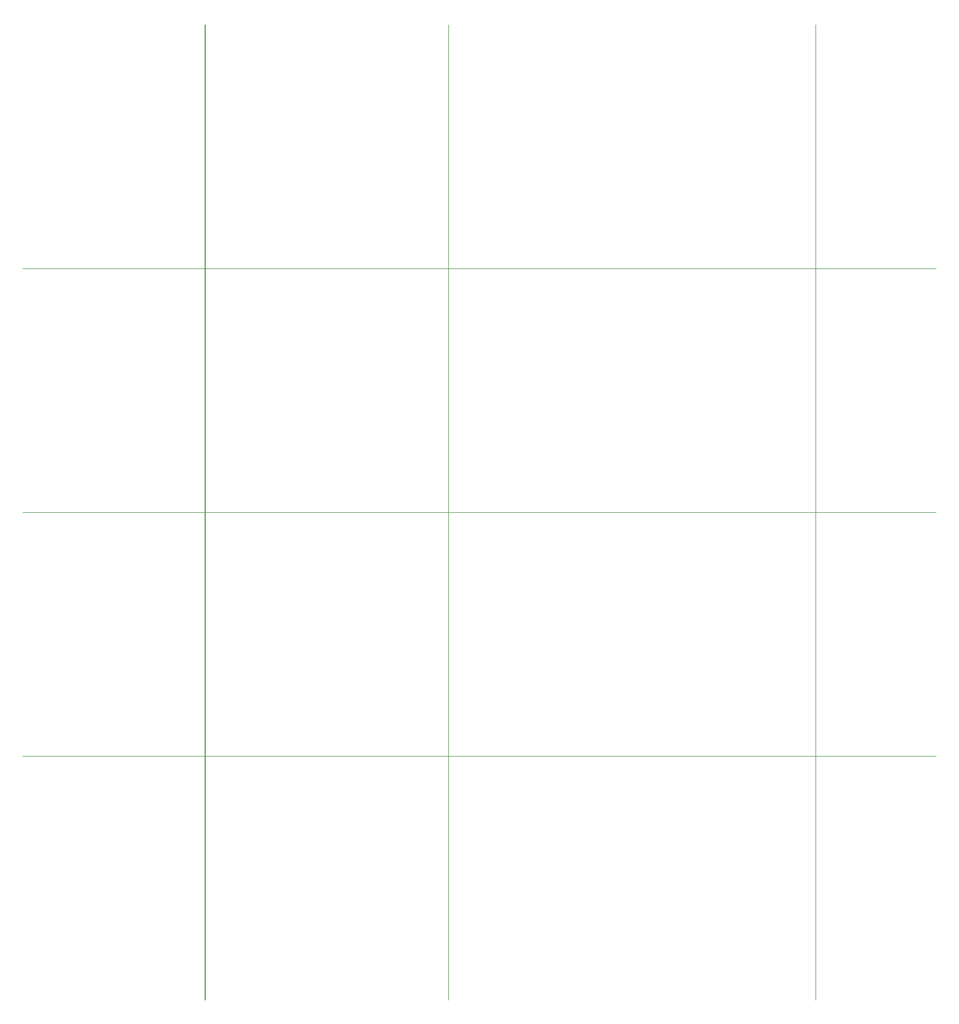
<source format=gbr>
G75*
G71*
%MOMM*%
%OFA0B0*%
%FSLAX53Y53*%
%IPPOS*%
%LPD*%
%ADD10C,0.00100*%
D10*
X0000000Y0040131D02*
X0150366Y0040131D01*
X0000000Y0080263D02*
X0150366Y0080263D01*
X0000000Y0120395D02*
X0150366Y0120395D01*
X0029972Y0000000D02*
X0029972Y0160526D01*
X0029990Y0000000D02*
X0029990Y0160526D01*
X0070103Y0000000D02*
X0070103Y0160526D01*
X0130554Y0000000D02*
X0130554Y0160526D01*
X0130556Y0000000D02*
X0130556Y0160526D01*
M02*

</source>
